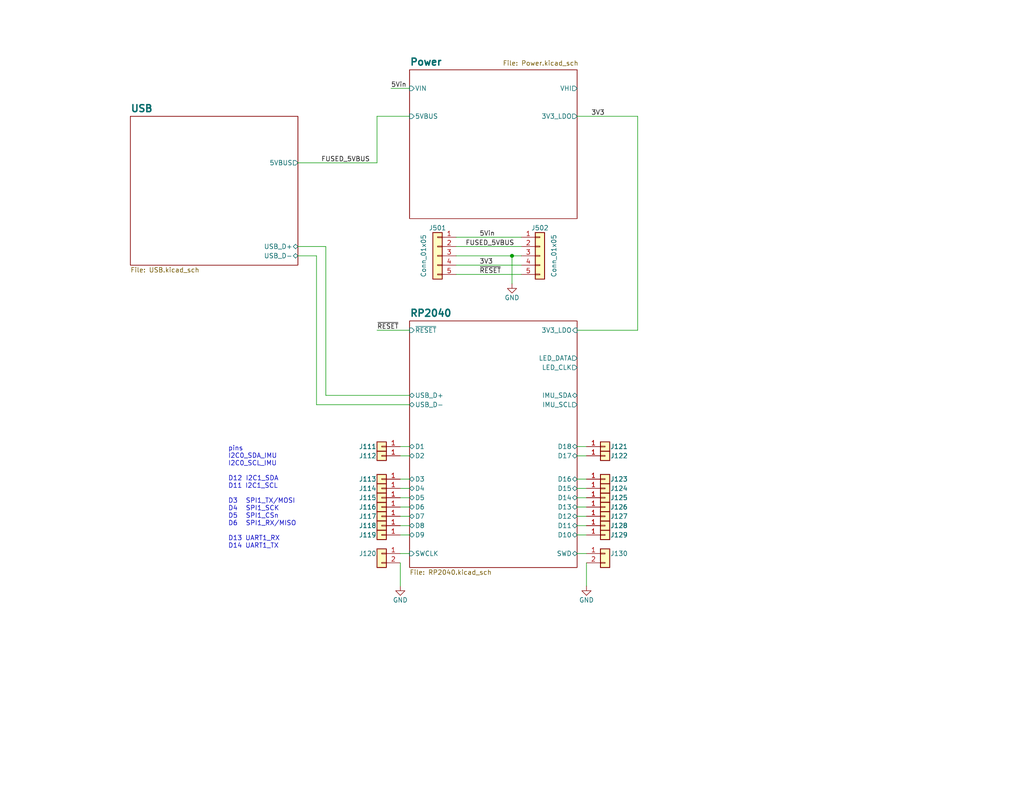
<source format=kicad_sch>
(kicad_sch (version 20230121) (generator eeschema)
  (paper "USLetter")
  (title_block (title "Raspberry Breadstick") (date "2024-02-10") (rev "1.0") (company "J & R Creative Technologies Inc.") (comment 1 "@RangenMichael") (comment 2 "https://twitter.com/RangenMichael") (comment 3 "Apache-2.0 License") (comment 4 "https://github.com/Breadstick-Innovations/Raspberry-Breadstick") (comment 5 "https://shop.breadstick.ca/"))
  (lib_symbols
    (symbol "Connector_Generic:Conn_01x01" (pin_names (offset 1.016) hide)
      (property "Reference" "J" (at 0 2.54 0))
      (property "Value" "Conn_01x01" (at 0 -2.54 0))
      (symbol "Conn_01x01_1_1"
        (rectangle (start -1.27 0.127) (end 0 -0.127) (stroke (width 0.1524)))
        (rectangle (start -1.27 1.27) (end 1.27 -1.27) (stroke (width 0.254)) (fill (type background)))
        (pin passive line (at -5.08 0 0) (length 3.81) (name "Pin_1") (number "1"))
      )
    )
    (symbol "Connector_Generic:Conn_01x02" (pin_names (offset 1.016) hide)
      (property "Reference" "J" (at 0 2.54 0))
      (property "Value" "Conn_01x02" (at 0 -5.08 0))
      (symbol "Conn_01x02_1_1"
        (rectangle (start -1.27 -2.413) (end 0 -2.667) (stroke (width 0.1524)))
        (rectangle (start -1.27 0.127) (end 0 -0.127) (stroke (width 0.1524)))
        (rectangle (start -1.27 1.27) (end 1.27 -3.81) (stroke (width 0.254)) (fill (type background)))
        (pin passive line (at -5.08 0 0) (length 3.81) (name "Pin_1") (number "1"))
        (pin passive line (at -5.08 -2.54 0) (length 3.81) (name "Pin_2") (number "2"))
      )
    )
    (symbol "Connector_Generic:Conn_01x05" (pin_names (offset 1.016) hide)
      (property "Reference" "J" (at 0 7.62 0))
      (property "Value" "Conn_01x05" (at 0 -7.62 0))
      (symbol "Conn_01x05_1_1"
        (rectangle (start -1.27 -4.953) (end 0 -5.207) (stroke (width 0.1524)))
        (rectangle (start -1.27 -2.413) (end 0 -2.667) (stroke (width 0.1524)))
        (rectangle (start -1.27 0.127) (end 0 -0.127) (stroke (width 0.1524)))
        (rectangle (start -1.27 2.667) (end 0 2.413) (stroke (width 0.1524)))
        (rectangle (start -1.27 5.207) (end 0 4.953) (stroke (width 0.1524)))
        (rectangle (start -1.27 6.35) (end 1.27 -6.35) (stroke (width 0.254)) (fill (type background)))
        (pin passive line (at -5.08 5.08 0) (length 3.81) (name "Pin_1") (number "1"))
        (pin passive line (at -5.08 2.54 0) (length 3.81) (name "Pin_2") (number "2"))
        (pin passive line (at -5.08 0 0) (length 3.81) (name "Pin_3") (number "3"))
        (pin passive line (at -5.08 -2.54 0) (length 3.81) (name "Pin_4") (number "4"))
        (pin passive line (at -5.08 -5.08 0) (length 3.81) (name "Pin_5") (number "5"))
      )
    )
    (symbol "power:GND" (power) (pin_names (offset 0))
      (property "Value" "GND" (at 0 -3.81 0))
      (symbol "GND_0_1"
        (polyline (pts (xy 0 0) (xy 0 -1.27) (xy 1.27 -1.27) (xy 0 -2.54) (xy -1.27 -1.27) (xy 0 -1.27)))
      )
      (symbol "GND_1_1"
        (pin power_in line (at 0 0 270) (length 0) hide (name "GND") (number "1"))
      )
    )
  )
  (junction (at 139.7 69.85))
  (wire (pts (xy 102.87 31.75) (xy 102.87 44.45)))
  (wire (pts (xy 109.22 140.97) (xy 111.76 140.97)))
  (wire (pts (xy 88.9 67.31) (xy 88.9 107.95)))
  (wire (pts (xy 86.36 69.85) (xy 86.36 110.49)))
  (wire (pts (xy 157.48 146.05) (xy 160.02 146.05)))
  (wire (pts (xy 124.46 72.39) (xy 142.24 72.39)))
  (wire (pts (xy 124.46 74.93) (xy 142.24 74.93)))
  (wire (pts (xy 109.22 133.35) (xy 111.76 133.35)))
  (wire (pts (xy 139.7 69.85) (xy 142.24 69.85)))
  (wire (pts (xy 173.99 31.75) (xy 173.99 90.17)))
  (wire (pts (xy 109.22 153.67) (xy 109.22 160.02)))
  (wire (pts (xy 102.87 31.75) (xy 111.76 31.75)))
  (wire (pts (xy 109.22 143.51) (xy 111.76 143.51)))
  (wire (pts (xy 124.46 64.77) (xy 142.24 64.77)))
  (wire (pts (xy 157.48 140.97) (xy 160.02 140.97)))
  (wire (pts (xy 111.76 124.46) (xy 109.22 124.46)))
  (wire (pts (xy 109.22 130.81) (xy 111.76 130.81)))
  (wire (pts (xy 157.48 135.89) (xy 160.02 135.89)))
  (wire (pts (xy 109.22 138.43) (xy 111.76 138.43)))
  (wire (pts (xy 109.22 135.89) (xy 111.76 135.89)))
  (wire (pts (xy 106.68 24.13) (xy 111.76 24.13)))
  (wire (pts (xy 88.9 107.95) (xy 111.76 107.95)))
  (wire (pts (xy 157.48 130.81) (xy 160.02 130.81)))
  (wire (pts (xy 157.48 133.35) (xy 160.02 133.35)))
  (wire (pts (xy 86.36 110.49) (xy 111.76 110.49)))
  (wire (pts (xy 157.48 90.17) (xy 173.99 90.17)))
  (wire (pts (xy 102.87 90.17) (xy 111.76 90.17)))
  (wire (pts (xy 124.46 69.85) (xy 139.7 69.85)))
  (wire (pts (xy 157.48 124.46) (xy 160.02 124.46)))
  (wire (pts (xy 111.76 121.92) (xy 109.22 121.92)))
  (wire (pts (xy 81.28 44.45) (xy 102.87 44.45)))
  (wire (pts (xy 124.46 67.31) (xy 142.24 67.31)))
  (wire (pts (xy 157.48 138.43) (xy 160.02 138.43)))
  (wire (pts (xy 109.22 151.13) (xy 111.76 151.13)))
  (wire (pts (xy 157.48 143.51) (xy 160.02 143.51)))
  (wire (pts (xy 109.22 146.05) (xy 111.76 146.05)))
  (wire (pts (xy 157.48 151.13) (xy 160.02 151.13)))
  (wire (pts (xy 157.48 31.75) (xy 173.99 31.75)))
  (wire (pts (xy 81.28 69.85) (xy 86.36 69.85)))
  (wire (pts (xy 139.7 69.85) (xy 139.7 77.47)))
  (wire (pts (xy 160.02 153.67) (xy 160.02 160.02)))
  (wire (pts (xy 157.48 121.92) (xy 160.02 121.92)))
  (wire (pts (xy 81.28 67.31) (xy 88.9 67.31)))
  (text "pins\nI2C0_SDA_IMU\nI2C0_SCL_IMU\n\nD12	I2C1_SDA\nD11 I2C1_SCL\n\nD3	SPI1_TX/MOSI\nD4	SPI1_SCK\nD5	SPI1_CSn\nD6	SPI1_RX/MISO\n\nD13 UART1_RX\nD14 UART1_TX" (at 62.23 149.86 0) (effects (font (size 1.27 1.27)) (justify left bottom)))
  (label "~{RESET}" (at 130.81 74.93 0))
  (label "3V3" (at 130.81 72.39 0))
  (label "3V3" (at 161.29 31.75 0))
  (label "5Vin" (at 130.81 64.77 0))
  (label "5Vin" (at 106.68 24.13 0))
  (label "~{RESET}" (at 102.87 90.17 0))
  (label "FUSED_5VBUS" (at 87.63 44.45 0))
  (label "FUSED_5VBUS" (at 127 67.31 0))
  (symbol (lib_id "Connector_Generic:Conn_01x01") (at 165.1 133.35 0) (unit 1)
    (property "Reference" "J124" (at 168.91 133.35 0))
    (property "Value" "Conn_01x01" (effects hide))
    (property "Footprint" "Connector_PinHeader_2.54mm:PinHeader_1x01_P2.54mm_Vertical" (effects hide))
    (property "JLCPCB P/N" "C492400" (effects hide))
    (property "LCSC" "C492400" (effects hide))
  )
  (symbol (lib_id "power:GND") (at 160.02 160.02 0) (unit 1)
    (property "Reference" "#PWR0509" (effects hide))
    (property "Value" "GND" (at 160.02 163.83 0))
  )
  (symbol (lib_id "Connector_Generic:Conn_01x02") (at 165.1 151.13 0) (unit 1)
    (property "Reference" "J130" (at 168.91 151.13 0))
    (property "Value" "Conn_01x02" (effects hide))
    (property "Footprint" "Connector_PinHeader_2.54mm:PinHeader_1x02_P2.54mm_Vertical" (effects hide))
    (property "JLCPCB P/N" "C492401" (effects hide))
    (property "LCSC" "C492401" (effects hide))
  )
  (symbol (lib_id "Connector_Generic:Conn_01x01") (at 104.14 135.89 0) (mirror y) (unit 1)
    (property "Reference" "J115" (at 100.33 135.89 0))
    (property "Value" "Conn_01x01" (effects hide))
    (property "Footprint" "Connector_PinHeader_2.54mm:PinHeader_1x01_P2.54mm_Vertical" (effects hide))
    (property "JLCPCB P/N" "C492400" (effects hide))
    (property "LCSC" "C492400" (effects hide))
  )
  (symbol (lib_id "Connector_Generic:Conn_01x02") (at 104.14 151.13 0) (mirror y) (unit 1)
    (property "Reference" "J120" (at 100.33 151.13 0))
    (property "Value" "Conn_01x02" (effects hide))
    (property "Footprint" "Connector_PinHeader_2.54mm:PinHeader_1x02_P2.54mm_Vertical" (effects hide))
    (property "JLCPCB P/N" "C492401" (effects hide))
    (property "LCSC" "C492401" (effects hide))
  )
  (symbol (lib_id "Connector_Generic:Conn_01x01") (at 104.14 140.97 0) (mirror y) (unit 1)
    (property "Reference" "J117" (at 100.33 140.97 0))
    (property "Value" "Conn_01x01" (effects hide))
    (property "Footprint" "Connector_PinHeader_2.54mm:PinHeader_1x01_P2.54mm_Vertical" (effects hide))
    (property "JLCPCB P/N" "C492400" (effects hide))
    (property "LCSC" "C492400" (effects hide))
  )
  (symbol (lib_id "Connector_Generic:Conn_01x01") (at 104.14 121.92 180) (unit 1)
    (property "Reference" "J111" (at 100.33 121.92 0))
    (property "Value" "Conn_01x01" (effects hide))
    (property "Footprint" "Connector_PinHeader_2.54mm:PinHeader_1x01_P2.54mm_Vertical" (effects hide))
    (property "JLCPCB P/N" "C492400" (effects hide))
    (property "LCSC" "C492400" (effects hide))
  )
  (symbol (lib_id "Connector_Generic:Conn_01x01") (at 104.14 138.43 0) (mirror y) (unit 1)
    (property "Reference" "J116" (at 100.33 138.43 0))
    (property "Value" "Conn_01x01" (effects hide))
    (property "Footprint" "Connector_PinHeader_2.54mm:PinHeader_1x01_P2.54mm_Vertical" (effects hide))
    (property "JLCPCB P/N" "C492400" (effects hide))
    (property "LCSC" "C492400" (effects hide))
  )
  (symbol (lib_id "Connector_Generic:Conn_01x01") (at 165.1 135.89 0) (unit 1)
    (property "Reference" "J125" (at 168.91 135.89 0))
    (property "Value" "Conn_01x01" (effects hide))
    (property "Footprint" "Connector_PinHeader_2.54mm:PinHeader_1x01_P2.54mm_Vertical" (effects hide))
    (property "JLCPCB P/N" "C492400" (effects hide))
    (property "LCSC" "C492400" (effects hide))
  )
  (symbol (lib_id "Connector_Generic:Conn_01x01") (at 104.14 133.35 0) (mirror y) (unit 1)
    (property "Reference" "J114" (at 100.33 133.35 0))
    (property "Value" "Conn_01x01" (effects hide))
    (property "Footprint" "Connector_PinHeader_2.54mm:PinHeader_1x01_P2.54mm_Vertical" (effects hide))
    (property "JLCPCB P/N" "C492400" (effects hide))
    (property "LCSC" "C492400" (effects hide))
  )
  (symbol (lib_id "Connector_Generic:Conn_01x01") (at 104.14 146.05 0) (mirror y) (unit 1)
    (property "Reference" "J119" (at 100.33 146.05 0))
    (property "Value" "Conn_01x01" (effects hide))
    (property "Footprint" "Connector_PinHeader_2.54mm:PinHeader_1x01_P2.54mm_Vertical" (effects hide))
    (property "JLCPCB P/N" "C492400" (effects hide))
    (property "LCSC" "C492400" (effects hide))
  )
  (symbol (lib_id "Connector_Generic:Conn_01x05") (at 147.32 69.85 0) (unit 1)
    (property "Reference" "J502" (at 147.32 62.23 0))
    (property "Value" "Conn_01x05" (at 151.13 69.85 90))
    (property "Footprint" "Connector_PinHeader_2.54mm:PinHeader_1x05_P2.54mm_Vertical" (effects hide))
    (property "JLCPCB P/N" "C492404" (effects hide))
    (property "LCSC" "C492404" (effects hide))
  )
  (symbol (lib_id "Connector_Generic:Conn_01x01") (at 165.1 124.46 0) (unit 1)
    (property "Reference" "J122" (at 168.91 124.46 0))
    (property "Value" "Conn_01x01" (effects hide))
    (property "Footprint" "Connector_PinHeader_2.54mm:PinHeader_1x01_P2.54mm_Vertical" (effects hide))
    (property "JLCPCB P/N" "C492400" (effects hide))
    (property "LCSC" "C492400" (effects hide))
  )
  (symbol (lib_id "Connector_Generic:Conn_01x01") (at 104.14 124.46 180) (unit 1)
    (property "Reference" "J112" (at 100.33 124.46 0))
    (property "Value" "Conn_01x01" (effects hide))
    (property "Footprint" "Connector_PinHeader_2.54mm:PinHeader_1x01_P2.54mm_Vertical" (effects hide))
    (property "JLCPCB P/N" "C492400" (effects hide))
    (property "LCSC" "C492400" (effects hide))
  )
  (symbol (lib_id "Connector_Generic:Conn_01x01") (at 165.1 140.97 0) (unit 1)
    (property "Reference" "J127" (at 168.91 140.97 0))
    (property "Value" "Conn_01x01" (effects hide))
    (property "Footprint" "Connector_PinHeader_2.54mm:PinHeader_1x01_P2.54mm_Vertical" (effects hide))
    (property "JLCPCB P/N" "C492400" (effects hide))
    (property "LCSC" "C492400" (effects hide))
  )
  (symbol (lib_id "Connector_Generic:Conn_01x05") (at 119.38 69.85 0) (mirror y) (unit 1)
    (property "Reference" "J501" (at 119.38 62.23 0))
    (property "Value" "Conn_01x05" (at 115.57 69.85 90))
    (property "Footprint" "Connector_PinHeader_2.54mm:PinHeader_1x05_P2.54mm_Vertical" (effects hide))
    (property "JLCPCB P/N" "C492404" (effects hide))
    (property "LCSC" "C492404" (effects hide))
  )
  (symbol (lib_id "Connector_Generic:Conn_01x01") (at 104.14 143.51 0) (mirror y) (unit 1)
    (property "Reference" "J118" (at 100.33 143.51 0))
    (property "Value" "Conn_01x01" (effects hide))
    (property "Footprint" "Connector_PinHeader_2.54mm:PinHeader_1x01_P2.54mm_Vertical" (effects hide))
    (property "JLCPCB P/N" "C492400" (effects hide))
    (property "LCSC" "C492400" (effects hide))
  )
  (symbol (lib_id "Connector_Generic:Conn_01x01") (at 165.1 130.81 0) (unit 1)
    (property "Reference" "J123" (at 168.91 130.81 0))
    (property "Value" "Conn_01x01" (effects hide))
    (property "Footprint" "Connector_PinHeader_2.54mm:PinHeader_1x01_P2.54mm_Vertical" (effects hide))
    (property "JLCPCB P/N" "C492400" (effects hide))
    (property "LCSC" "C492400" (effects hide))
  )
  (symbol (lib_id "Connector_Generic:Conn_01x01") (at 165.1 121.92 0) (unit 1)
    (property "Reference" "J121" (at 168.91 121.92 0))
    (property "Value" "Conn_01x01" (effects hide))
    (property "Footprint" "Connector_PinHeader_2.54mm:PinHeader_1x01_P2.54mm_Vertical" (effects hide))
    (property "JLCPCB P/N" "C492400" (effects hide))
    (property "LCSC" "C492400" (effects hide))
  )
  (symbol (lib_id "Connector_Generic:Conn_01x01") (at 165.1 143.51 0) (unit 1)
    (property "Reference" "J128" (at 168.91 143.51 0))
    (property "Value" "Conn_01x01" (effects hide))
    (property "Footprint" "Connector_PinHeader_2.54mm:PinHeader_1x01_P2.54mm_Vertical" (effects hide))
    (property "JLCPCB P/N" "C492400" (effects hide))
    (property "LCSC" "C492400" (effects hide))
  )
  (symbol (lib_id "Connector_Generic:Conn_01x01") (at 104.14 130.81 0) (mirror y) (unit 1)
    (property "Reference" "J113" (at 100.33 130.81 0))
    (property "Value" "Conn_01x01" (effects hide))
    (property "Footprint" "Connector_PinHeader_2.54mm:PinHeader_1x01_P2.54mm_Vertical" (effects hide))
    (property "JLCPCB P/N" "C492400" (effects hide))
    (property "LCSC" "C492400" (effects hide))
  )
  (symbol (lib_id "power:GND") (at 109.22 160.02 0) (unit 1)
    (property "Reference" "#PWR0508" (effects hide))
    (property "Value" "GND" (at 109.22 163.83 0))
  )
  (symbol (lib_id "Connector_Generic:Conn_01x01") (at 165.1 146.05 0) (unit 1)
    (property "Reference" "J129" (at 168.91 146.05 0))
    (property "Value" "Conn_01x01" (effects hide))
    (property "Footprint" "Connector_PinHeader_2.54mm:PinHeader_1x01_P2.54mm_Vertical" (effects hide))
    (property "JLCPCB P/N" "C492400" (effects hide))
    (property "LCSC" "C492400" (effects hide))
  )
  (symbol (lib_id "Connector_Generic:Conn_01x01") (at 165.1 138.43 0) (unit 1)
    (property "Reference" "J126" (at 168.91 138.43 0))
    (property "Value" "Conn_01x01" (effects hide))
    (property "Footprint" "Connector_PinHeader_2.54mm:PinHeader_1x01_P2.54mm_Vertical" (effects hide))
    (property "JLCPCB P/N" "C492400" (effects hide))
    (property "LCSC" "C492400" (effects hide))
  )
  (symbol (lib_id "power:GND") (at 139.7 77.47 0) (unit 1)
    (property "Reference" "#PWR0103" (effects hide))
    (property "Value" "GND" (at 139.7 81.28 0))
  )
  (sheet (at 111.76 87.63) (size 45.72 67.31) (stroke (width 0.1524))
    (property "Sheetname" "RP2040" (at 111.76 86.6009 0) (effects (font (size 1.905 1.905) bold) (justify left bottom)))
    (property "Sheetfile" "RP2040.kicad_sch" (at 111.76 155.5246 0) (effects (justify left top)))
    (pin "USB_D-" bidirectional (at 111.76 110.49 180))
    (pin "USB_D+" bidirectional (at 111.76 107.95 180))
    (pin "~{RESET}" input (at 111.76 90.17 180))
    (pin "3V3_LDO" input (at 157.48 90.17 0))
    (pin "SWD" bidirectional (at 157.48 151.13 0))
    (pin "SWCLK" input (at 111.76 151.13 180))
    (pin "LED_CLK" output (at 157.48 100.33 0))
    (pin "LED_DATA" output (at 157.48 97.79 0))
    (pin "IMU_SDA" bidirectional (at 157.48 107.95 0))
    (pin "IMU_SCL" output (at 157.48 110.49 0))
    (pin "D7" tri_state (at 111.76 140.97 180))
    (pin "D8" tri_state (at 111.76 143.51 180))
    (pin "D9" tri_state (at 111.76 146.05 180))
    (pin "D3" tri_state (at 111.76 130.81 180))
    (pin "D16" tri_state (at 157.48 130.81 0))
    (pin "D4" tri_state (at 111.76 133.35 180))
    (pin "D5" tri_state (at 111.76 135.89 180))
    (pin "D6" tri_state (at 111.76 138.43 180))
    (pin "D1" tri_state (at 111.76 121.92 180))
    (pin "D17" tri_state (at 157.48 124.46 0))
    (pin "D18" tri_state (at 157.48 121.92 0))
    (pin "D2" tri_state (at 111.76 124.46 180))
    (pin "D10" tri_state (at 157.48 146.05 0))
    (pin "D11" tri_state (at 157.48 143.51 0))
    (pin "D12" tri_state (at 157.48 140.97 0))
    (pin "D13" tri_state (at 157.48 138.43 0))
    (pin "D14" tri_state (at 157.48 135.89 0))
    (pin "D15" tri_state (at 157.48 133.35 0))
  )
  (sheet (at 111.76 19.05) (size 45.72 40.64) (stroke (width 0.1524))
    (property "Sheetname" "Power" (at 111.76 18.0209 0) (effects (font (size 1.905 1.905) bold) (justify left bottom)))
    (property "Sheetfile" "Power.kicad_sch" (at 137.16 16.51 0) (effects (justify left top)))
    (pin "3V3_LDO" output (at 157.48 31.75 0))
    (pin "5VBUS" input (at 111.76 31.75 180))
    (pin "VIN" input (at 111.76 24.13 180))
    (pin "VHI" output (at 157.48 24.13 0))
  )
  (sheet (at 35.56 31.75) (size 45.72 40.64) (stroke (width 0.1524))
    (property "Sheetname" "USB" (at 35.56 30.7209 0) (effects (font (size 1.905 1.905) bold) (justify left bottom)))
    (property "Sheetfile" "USB.kicad_sch" (at 35.56 72.9746 0) (effects (justify left top)))
    (pin "5VBUS" output (at 81.28 44.45 0))
    (pin "USB_D+" bidirectional (at 81.28 67.31 0))
    (pin "USB_D-" bidirectional (at 81.28 69.85 0))
  )
)
</source>
